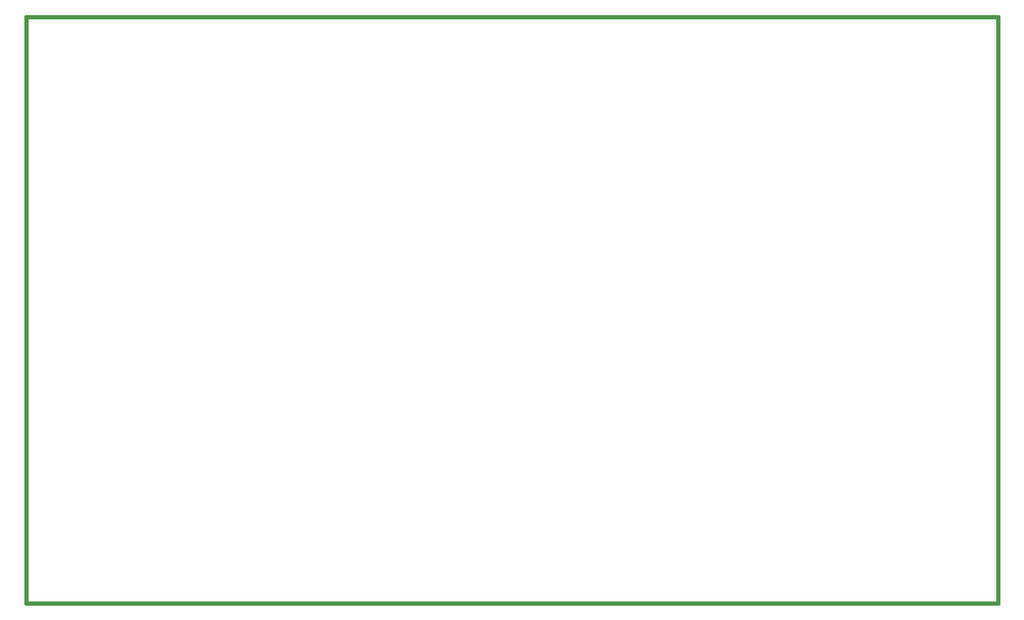
<source format=gbr>
%TF.GenerationSoftware,KiCad,Pcbnew,(6.0.7)*%
%TF.CreationDate,2022-11-01T17:15:19-06:00*%
%TF.ProjectId,BreadboarSchematic,42726561-6462-46f6-9172-536368656d61,rev?*%
%TF.SameCoordinates,Original*%
%TF.FileFunction,Legend,Bot*%
%TF.FilePolarity,Positive*%
%FSLAX46Y46*%
G04 Gerber Fmt 4.6, Leading zero omitted, Abs format (unit mm)*
G04 Created by KiCad (PCBNEW (6.0.7)) date 2022-11-01 17:15:19*
%MOMM*%
%LPD*%
G01*
G04 APERTURE LIST*
%TA.AperFunction,Profile*%
%ADD10C,0.381000*%
%TD*%
G04 APERTURE END LIST*
D10*
X57150000Y-20955000D02*
X154940000Y-20955000D01*
X154940000Y-20955000D02*
X154940000Y-80010000D01*
X154940000Y-80010000D02*
X57150000Y-80010000D01*
X57150000Y-80010000D02*
X57150000Y-20955000D01*
M02*

</source>
